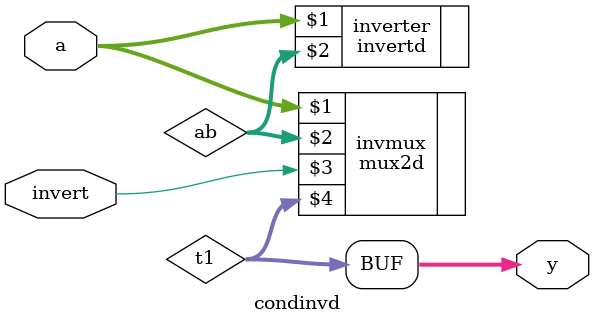
<source format=v>
`timescale 1ns / 1ps
module condinvd(a, invert, y);
    input [7:0] a;
    input invert;
    output [7:0] y;
wire [7:0] ab;
wire [7:0] t1;
invertd inverter(a , ab);
mux2d invmux(a, ab, invert, t1);
assign y = t1;


endmodule

</source>
